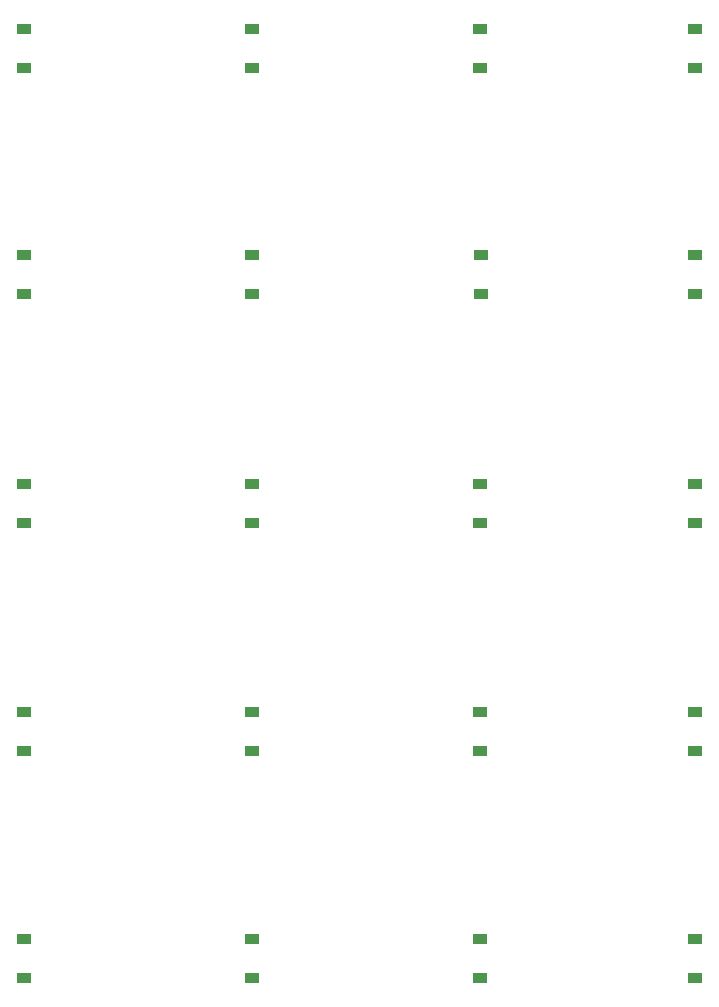
<source format=gbr>
%TF.GenerationSoftware,KiCad,Pcbnew,(5.1.6)-1*%
%TF.CreationDate,2020-12-15T22:49:58+02:00*%
%TF.ProjectId,macropad,6d616372-6f70-4616-942e-6b696361645f,rev?*%
%TF.SameCoordinates,Original*%
%TF.FileFunction,Paste,Bot*%
%TF.FilePolarity,Positive*%
%FSLAX46Y46*%
G04 Gerber Fmt 4.6, Leading zero omitted, Abs format (unit mm)*
G04 Created by KiCad (PCBNEW (5.1.6)-1) date 2020-12-15 22:49:58*
%MOMM*%
%LPD*%
G01*
G04 APERTURE LIST*
%ADD10R,1.200000X0.900000*%
G04 APERTURE END LIST*
D10*
%TO.C,D1*%
X100050000Y-94150000D03*
X100050000Y-90850000D03*
%TD*%
%TO.C,D2*%
X119350000Y-94150000D03*
X119350000Y-90850000D03*
%TD*%
%TO.C,D3*%
X138650000Y-90850000D03*
X138650000Y-94150000D03*
%TD*%
%TO.C,D4*%
X156825000Y-94150000D03*
X156825000Y-90850000D03*
%TD*%
%TO.C,D5*%
X100050000Y-109950000D03*
X100050000Y-113250000D03*
%TD*%
%TO.C,D6*%
X119300000Y-109950000D03*
X119300000Y-113250000D03*
%TD*%
%TO.C,D7*%
X138700000Y-113250000D03*
X138700000Y-109950000D03*
%TD*%
%TO.C,D8*%
X156825000Y-109950000D03*
X156825000Y-113250000D03*
%TD*%
%TO.C,D9*%
X100050000Y-132650000D03*
X100050000Y-129350000D03*
%TD*%
%TO.C,D10*%
X119350000Y-132650000D03*
X119350000Y-129350000D03*
%TD*%
%TO.C,D11*%
X138650000Y-129350000D03*
X138650000Y-132650000D03*
%TD*%
%TO.C,D12*%
X156825000Y-132625000D03*
X156825000Y-129325000D03*
%TD*%
%TO.C,D13*%
X100050000Y-148650000D03*
X100050000Y-151950000D03*
%TD*%
%TO.C,D14*%
X119350000Y-148650000D03*
X119350000Y-151950000D03*
%TD*%
%TO.C,D15*%
X138650000Y-151950000D03*
X138650000Y-148650000D03*
%TD*%
%TO.C,D16*%
X156825000Y-148650000D03*
X156825000Y-151950000D03*
%TD*%
%TO.C,D17*%
X100050000Y-171150000D03*
X100050000Y-167850000D03*
%TD*%
%TO.C,D18*%
X119350000Y-171150000D03*
X119350000Y-167850000D03*
%TD*%
%TO.C,D19*%
X138650000Y-167850000D03*
X138650000Y-171150000D03*
%TD*%
%TO.C,D20*%
X156825000Y-167850000D03*
X156825000Y-171150000D03*
%TD*%
M02*

</source>
